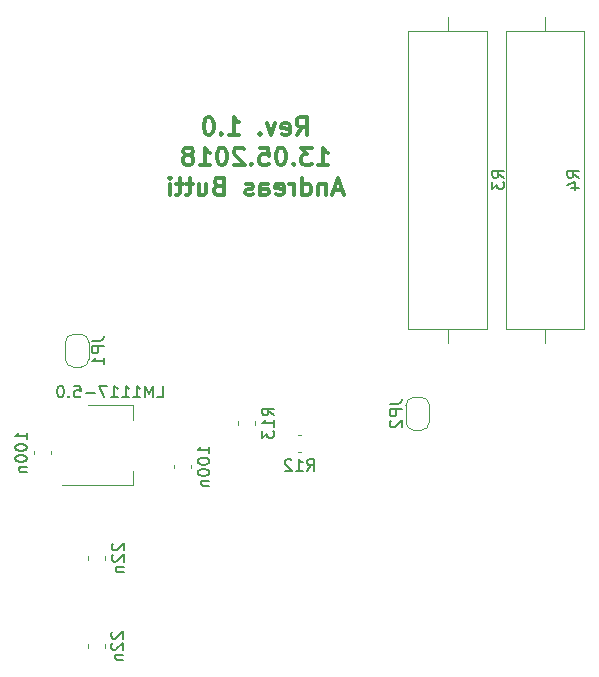
<source format=gbr>
G04 #@! TF.GenerationSoftware,KiCad,Pcbnew,5.0.0-rc2-dev-unknown-f73b9a5~65~ubuntu16.04.1*
G04 #@! TF.CreationDate,2018-05-13T13:10:50+02:00*
G04 #@! TF.ProjectId,Libreductioner,4C6962726564756374696F6E65722E6B,rev?*
G04 #@! TF.SameCoordinates,Original*
G04 #@! TF.FileFunction,Legend,Bot*
G04 #@! TF.FilePolarity,Positive*
%FSLAX46Y46*%
G04 Gerber Fmt 4.6, Leading zero omitted, Abs format (unit mm)*
G04 Created by KiCad (PCBNEW 5.0.0-rc2-dev-unknown-f73b9a5~65~ubuntu16.04.1) date Sun May 13 13:10:50 2018*
%MOMM*%
%LPD*%
G01*
G04 APERTURE LIST*
%ADD10C,0.300000*%
%ADD11C,0.120000*%
%ADD12C,0.150000*%
G04 APERTURE END LIST*
D10*
X92999285Y-77884571D02*
X93499285Y-77170285D01*
X93856428Y-77884571D02*
X93856428Y-76384571D01*
X93285000Y-76384571D01*
X93142142Y-76456000D01*
X93070714Y-76527428D01*
X92999285Y-76670285D01*
X92999285Y-76884571D01*
X93070714Y-77027428D01*
X93142142Y-77098857D01*
X93285000Y-77170285D01*
X93856428Y-77170285D01*
X91785000Y-77813142D02*
X91927857Y-77884571D01*
X92213571Y-77884571D01*
X92356428Y-77813142D01*
X92427857Y-77670285D01*
X92427857Y-77098857D01*
X92356428Y-76956000D01*
X92213571Y-76884571D01*
X91927857Y-76884571D01*
X91785000Y-76956000D01*
X91713571Y-77098857D01*
X91713571Y-77241714D01*
X92427857Y-77384571D01*
X91213571Y-76884571D02*
X90856428Y-77884571D01*
X90499285Y-76884571D01*
X89927857Y-77741714D02*
X89856428Y-77813142D01*
X89927857Y-77884571D01*
X89999285Y-77813142D01*
X89927857Y-77741714D01*
X89927857Y-77884571D01*
X87285000Y-77884571D02*
X88142142Y-77884571D01*
X87713571Y-77884571D02*
X87713571Y-76384571D01*
X87856428Y-76598857D01*
X87999285Y-76741714D01*
X88142142Y-76813142D01*
X86642142Y-77741714D02*
X86570714Y-77813142D01*
X86642142Y-77884571D01*
X86713571Y-77813142D01*
X86642142Y-77741714D01*
X86642142Y-77884571D01*
X85642142Y-76384571D02*
X85499285Y-76384571D01*
X85356428Y-76456000D01*
X85285000Y-76527428D01*
X85213571Y-76670285D01*
X85142142Y-76956000D01*
X85142142Y-77313142D01*
X85213571Y-77598857D01*
X85285000Y-77741714D01*
X85356428Y-77813142D01*
X85499285Y-77884571D01*
X85642142Y-77884571D01*
X85785000Y-77813142D01*
X85856428Y-77741714D01*
X85927857Y-77598857D01*
X85999285Y-77313142D01*
X85999285Y-76956000D01*
X85927857Y-76670285D01*
X85856428Y-76527428D01*
X85785000Y-76456000D01*
X85642142Y-76384571D01*
X94820714Y-80434571D02*
X95677857Y-80434571D01*
X95249285Y-80434571D02*
X95249285Y-78934571D01*
X95392142Y-79148857D01*
X95535000Y-79291714D01*
X95677857Y-79363142D01*
X94320714Y-78934571D02*
X93392142Y-78934571D01*
X93892142Y-79506000D01*
X93677857Y-79506000D01*
X93535000Y-79577428D01*
X93463571Y-79648857D01*
X93392142Y-79791714D01*
X93392142Y-80148857D01*
X93463571Y-80291714D01*
X93535000Y-80363142D01*
X93677857Y-80434571D01*
X94106428Y-80434571D01*
X94249285Y-80363142D01*
X94320714Y-80291714D01*
X92749285Y-80291714D02*
X92677857Y-80363142D01*
X92749285Y-80434571D01*
X92820714Y-80363142D01*
X92749285Y-80291714D01*
X92749285Y-80434571D01*
X91749285Y-78934571D02*
X91606428Y-78934571D01*
X91463571Y-79006000D01*
X91392142Y-79077428D01*
X91320714Y-79220285D01*
X91249285Y-79506000D01*
X91249285Y-79863142D01*
X91320714Y-80148857D01*
X91392142Y-80291714D01*
X91463571Y-80363142D01*
X91606428Y-80434571D01*
X91749285Y-80434571D01*
X91892142Y-80363142D01*
X91963571Y-80291714D01*
X92035000Y-80148857D01*
X92106428Y-79863142D01*
X92106428Y-79506000D01*
X92035000Y-79220285D01*
X91963571Y-79077428D01*
X91892142Y-79006000D01*
X91749285Y-78934571D01*
X89892142Y-78934571D02*
X90606428Y-78934571D01*
X90677857Y-79648857D01*
X90606428Y-79577428D01*
X90463571Y-79506000D01*
X90106428Y-79506000D01*
X89963571Y-79577428D01*
X89892142Y-79648857D01*
X89820714Y-79791714D01*
X89820714Y-80148857D01*
X89892142Y-80291714D01*
X89963571Y-80363142D01*
X90106428Y-80434571D01*
X90463571Y-80434571D01*
X90606428Y-80363142D01*
X90677857Y-80291714D01*
X89177857Y-80291714D02*
X89106428Y-80363142D01*
X89177857Y-80434571D01*
X89249285Y-80363142D01*
X89177857Y-80291714D01*
X89177857Y-80434571D01*
X88535000Y-79077428D02*
X88463571Y-79006000D01*
X88320714Y-78934571D01*
X87963571Y-78934571D01*
X87820714Y-79006000D01*
X87749285Y-79077428D01*
X87677857Y-79220285D01*
X87677857Y-79363142D01*
X87749285Y-79577428D01*
X88606428Y-80434571D01*
X87677857Y-80434571D01*
X86749285Y-78934571D02*
X86606428Y-78934571D01*
X86463571Y-79006000D01*
X86392142Y-79077428D01*
X86320714Y-79220285D01*
X86249285Y-79506000D01*
X86249285Y-79863142D01*
X86320714Y-80148857D01*
X86392142Y-80291714D01*
X86463571Y-80363142D01*
X86606428Y-80434571D01*
X86749285Y-80434571D01*
X86892142Y-80363142D01*
X86963571Y-80291714D01*
X87035000Y-80148857D01*
X87106428Y-79863142D01*
X87106428Y-79506000D01*
X87035000Y-79220285D01*
X86963571Y-79077428D01*
X86892142Y-79006000D01*
X86749285Y-78934571D01*
X84820714Y-80434571D02*
X85677857Y-80434571D01*
X85249285Y-80434571D02*
X85249285Y-78934571D01*
X85392142Y-79148857D01*
X85535000Y-79291714D01*
X85677857Y-79363142D01*
X83963571Y-79577428D02*
X84106428Y-79506000D01*
X84177857Y-79434571D01*
X84249285Y-79291714D01*
X84249285Y-79220285D01*
X84177857Y-79077428D01*
X84106428Y-79006000D01*
X83963571Y-78934571D01*
X83677857Y-78934571D01*
X83535000Y-79006000D01*
X83463571Y-79077428D01*
X83392142Y-79220285D01*
X83392142Y-79291714D01*
X83463571Y-79434571D01*
X83535000Y-79506000D01*
X83677857Y-79577428D01*
X83963571Y-79577428D01*
X84106428Y-79648857D01*
X84177857Y-79720285D01*
X84249285Y-79863142D01*
X84249285Y-80148857D01*
X84177857Y-80291714D01*
X84106428Y-80363142D01*
X83963571Y-80434571D01*
X83677857Y-80434571D01*
X83535000Y-80363142D01*
X83463571Y-80291714D01*
X83392142Y-80148857D01*
X83392142Y-79863142D01*
X83463571Y-79720285D01*
X83535000Y-79648857D01*
X83677857Y-79577428D01*
X96856428Y-82556000D02*
X96142142Y-82556000D01*
X96999285Y-82984571D02*
X96499285Y-81484571D01*
X95999285Y-82984571D01*
X95499285Y-81984571D02*
X95499285Y-82984571D01*
X95499285Y-82127428D02*
X95427857Y-82056000D01*
X95285000Y-81984571D01*
X95070714Y-81984571D01*
X94927857Y-82056000D01*
X94856428Y-82198857D01*
X94856428Y-82984571D01*
X93499285Y-82984571D02*
X93499285Y-81484571D01*
X93499285Y-82913142D02*
X93642142Y-82984571D01*
X93927857Y-82984571D01*
X94070714Y-82913142D01*
X94142142Y-82841714D01*
X94213571Y-82698857D01*
X94213571Y-82270285D01*
X94142142Y-82127428D01*
X94070714Y-82056000D01*
X93927857Y-81984571D01*
X93642142Y-81984571D01*
X93499285Y-82056000D01*
X92785000Y-82984571D02*
X92785000Y-81984571D01*
X92785000Y-82270285D02*
X92713571Y-82127428D01*
X92642142Y-82056000D01*
X92499285Y-81984571D01*
X92356428Y-81984571D01*
X91285000Y-82913142D02*
X91427857Y-82984571D01*
X91713571Y-82984571D01*
X91856428Y-82913142D01*
X91927857Y-82770285D01*
X91927857Y-82198857D01*
X91856428Y-82056000D01*
X91713571Y-81984571D01*
X91427857Y-81984571D01*
X91285000Y-82056000D01*
X91213571Y-82198857D01*
X91213571Y-82341714D01*
X91927857Y-82484571D01*
X89927857Y-82984571D02*
X89927857Y-82198857D01*
X89999285Y-82056000D01*
X90142142Y-81984571D01*
X90427857Y-81984571D01*
X90570714Y-82056000D01*
X89927857Y-82913142D02*
X90070714Y-82984571D01*
X90427857Y-82984571D01*
X90570714Y-82913142D01*
X90642142Y-82770285D01*
X90642142Y-82627428D01*
X90570714Y-82484571D01*
X90427857Y-82413142D01*
X90070714Y-82413142D01*
X89927857Y-82341714D01*
X89285000Y-82913142D02*
X89142142Y-82984571D01*
X88856428Y-82984571D01*
X88713571Y-82913142D01*
X88642142Y-82770285D01*
X88642142Y-82698857D01*
X88713571Y-82556000D01*
X88856428Y-82484571D01*
X89070714Y-82484571D01*
X89213571Y-82413142D01*
X89285000Y-82270285D01*
X89285000Y-82198857D01*
X89213571Y-82056000D01*
X89070714Y-81984571D01*
X88856428Y-81984571D01*
X88713571Y-82056000D01*
X86356428Y-82198857D02*
X86142142Y-82270285D01*
X86070714Y-82341714D01*
X85999285Y-82484571D01*
X85999285Y-82698857D01*
X86070714Y-82841714D01*
X86142142Y-82913142D01*
X86285000Y-82984571D01*
X86856428Y-82984571D01*
X86856428Y-81484571D01*
X86356428Y-81484571D01*
X86213571Y-81556000D01*
X86142142Y-81627428D01*
X86070714Y-81770285D01*
X86070714Y-81913142D01*
X86142142Y-82056000D01*
X86213571Y-82127428D01*
X86356428Y-82198857D01*
X86856428Y-82198857D01*
X84713571Y-81984571D02*
X84713571Y-82984571D01*
X85356428Y-81984571D02*
X85356428Y-82770285D01*
X85285000Y-82913142D01*
X85142142Y-82984571D01*
X84927857Y-82984571D01*
X84785000Y-82913142D01*
X84713571Y-82841714D01*
X84213571Y-81984571D02*
X83642142Y-81984571D01*
X83999285Y-81484571D02*
X83999285Y-82770285D01*
X83927857Y-82913142D01*
X83785000Y-82984571D01*
X83642142Y-82984571D01*
X83356428Y-81984571D02*
X82785000Y-81984571D01*
X83142142Y-81484571D02*
X83142142Y-82770285D01*
X83070714Y-82913142D01*
X82927857Y-82984571D01*
X82785000Y-82984571D01*
X82285000Y-82984571D02*
X82285000Y-81984571D01*
X82285000Y-81484571D02*
X82356428Y-81556000D01*
X82285000Y-81627428D01*
X82213571Y-81556000D01*
X82285000Y-81484571D01*
X82285000Y-81627428D01*
D11*
X105791000Y-67861000D02*
X105791000Y-69041000D01*
X105791000Y-95461000D02*
X105791000Y-94281000D01*
X109111000Y-69041000D02*
X109111000Y-94281000D01*
X102471000Y-69041000D02*
X109111000Y-69041000D01*
X102471000Y-94281000D02*
X102471000Y-69041000D01*
X109111000Y-94281000D02*
X102471000Y-94281000D01*
X117366000Y-94281000D02*
X110726000Y-94281000D01*
X110726000Y-94281000D02*
X110726000Y-69041000D01*
X110726000Y-69041000D02*
X117366000Y-69041000D01*
X117366000Y-69041000D02*
X117366000Y-94281000D01*
X114046000Y-95461000D02*
X114046000Y-94281000D01*
X114046000Y-67861000D02*
X114046000Y-69041000D01*
X82602000Y-105794500D02*
X82602000Y-106094500D01*
X84022000Y-105794500D02*
X84022000Y-106094500D01*
X72211000Y-104625000D02*
X72211000Y-104925000D01*
X70791000Y-104625000D02*
X70791000Y-104925000D01*
X79126000Y-100730000D02*
X79126000Y-101990000D01*
X79126000Y-107550000D02*
X79126000Y-106290000D01*
X75366000Y-100730000D02*
X79126000Y-100730000D01*
X73116000Y-107550000D02*
X79126000Y-107550000D01*
X93094500Y-104723000D02*
X93394500Y-104723000D01*
X93094500Y-103303000D02*
X93394500Y-103303000D01*
X88063000Y-102411500D02*
X88063000Y-102111500D01*
X89483000Y-102411500D02*
X89483000Y-102111500D01*
X75422000Y-96839000D02*
X75422000Y-95439000D01*
X74722000Y-94739000D02*
X74122000Y-94739000D01*
X73422000Y-95439000D02*
X73422000Y-96839000D01*
X74122000Y-97539000D02*
X74722000Y-97539000D01*
X74722000Y-97539000D02*
G75*
G03X75422000Y-96839000I0J700000D01*
G01*
X73422000Y-96839000D02*
G75*
G03X74122000Y-97539000I700000J0D01*
G01*
X74122000Y-94739000D02*
G75*
G03X73422000Y-95439000I0J-700000D01*
G01*
X75422000Y-95439000D02*
G75*
G03X74722000Y-94739000I-700000J0D01*
G01*
X102251000Y-102173000D02*
G75*
G03X102951000Y-102873000I700000J0D01*
G01*
X103551000Y-102873000D02*
G75*
G03X104251000Y-102173000I0J700000D01*
G01*
X104251000Y-100773000D02*
G75*
G03X103551000Y-100073000I-700000J0D01*
G01*
X102951000Y-100073000D02*
G75*
G03X102251000Y-100773000I0J-700000D01*
G01*
X103551000Y-100073000D02*
X102951000Y-100073000D01*
X104251000Y-102173000D02*
X104251000Y-100773000D01*
X102951000Y-102873000D02*
X103551000Y-102873000D01*
X102251000Y-100773000D02*
X102251000Y-102173000D01*
X75337790Y-121302952D02*
X75337790Y-121002952D01*
X76757790Y-121302952D02*
X76757790Y-121002952D01*
X75337790Y-113529952D02*
X75337790Y-113829952D01*
X76757790Y-113529952D02*
X76757790Y-113829952D01*
D12*
X110563380Y-81494333D02*
X110087190Y-81161000D01*
X110563380Y-80922904D02*
X109563380Y-80922904D01*
X109563380Y-81303857D01*
X109611000Y-81399095D01*
X109658619Y-81446714D01*
X109753857Y-81494333D01*
X109896714Y-81494333D01*
X109991952Y-81446714D01*
X110039571Y-81399095D01*
X110087190Y-81303857D01*
X110087190Y-80922904D01*
X109563380Y-81827666D02*
X109563380Y-82446714D01*
X109944333Y-82113380D01*
X109944333Y-82256238D01*
X109991952Y-82351476D01*
X110039571Y-82399095D01*
X110134809Y-82446714D01*
X110372904Y-82446714D01*
X110468142Y-82399095D01*
X110515761Y-82351476D01*
X110563380Y-82256238D01*
X110563380Y-81970523D01*
X110515761Y-81875285D01*
X110468142Y-81827666D01*
X116911380Y-81494333D02*
X116435190Y-81161000D01*
X116911380Y-80922904D02*
X115911380Y-80922904D01*
X115911380Y-81303857D01*
X115959000Y-81399095D01*
X116006619Y-81446714D01*
X116101857Y-81494333D01*
X116244714Y-81494333D01*
X116339952Y-81446714D01*
X116387571Y-81399095D01*
X116435190Y-81303857D01*
X116435190Y-80922904D01*
X116244714Y-82351476D02*
X116911380Y-82351476D01*
X115863761Y-82113380D02*
X116578047Y-81875285D01*
X116578047Y-82494333D01*
X85614380Y-104825452D02*
X85614380Y-104254023D01*
X85614380Y-104539738D02*
X84614380Y-104539738D01*
X84757238Y-104444500D01*
X84852476Y-104349261D01*
X84900095Y-104254023D01*
X84614380Y-105444500D02*
X84614380Y-105539738D01*
X84662000Y-105634976D01*
X84709619Y-105682595D01*
X84804857Y-105730214D01*
X84995333Y-105777833D01*
X85233428Y-105777833D01*
X85423904Y-105730214D01*
X85519142Y-105682595D01*
X85566761Y-105634976D01*
X85614380Y-105539738D01*
X85614380Y-105444500D01*
X85566761Y-105349261D01*
X85519142Y-105301642D01*
X85423904Y-105254023D01*
X85233428Y-105206404D01*
X84995333Y-105206404D01*
X84804857Y-105254023D01*
X84709619Y-105301642D01*
X84662000Y-105349261D01*
X84614380Y-105444500D01*
X84614380Y-106396880D02*
X84614380Y-106492119D01*
X84662000Y-106587357D01*
X84709619Y-106634976D01*
X84804857Y-106682595D01*
X84995333Y-106730214D01*
X85233428Y-106730214D01*
X85423904Y-106682595D01*
X85519142Y-106634976D01*
X85566761Y-106587357D01*
X85614380Y-106492119D01*
X85614380Y-106396880D01*
X85566761Y-106301642D01*
X85519142Y-106254023D01*
X85423904Y-106206404D01*
X85233428Y-106158785D01*
X84995333Y-106158785D01*
X84804857Y-106206404D01*
X84709619Y-106254023D01*
X84662000Y-106301642D01*
X84614380Y-106396880D01*
X84947714Y-107158785D02*
X85614380Y-107158785D01*
X85042952Y-107158785D02*
X84995333Y-107206404D01*
X84947714Y-107301642D01*
X84947714Y-107444500D01*
X84995333Y-107539738D01*
X85090571Y-107587357D01*
X85614380Y-107587357D01*
X70175380Y-103655952D02*
X70175380Y-103084523D01*
X70175380Y-103370238D02*
X69175380Y-103370238D01*
X69318238Y-103275000D01*
X69413476Y-103179761D01*
X69461095Y-103084523D01*
X69175380Y-104275000D02*
X69175380Y-104370238D01*
X69223000Y-104465476D01*
X69270619Y-104513095D01*
X69365857Y-104560714D01*
X69556333Y-104608333D01*
X69794428Y-104608333D01*
X69984904Y-104560714D01*
X70080142Y-104513095D01*
X70127761Y-104465476D01*
X70175380Y-104370238D01*
X70175380Y-104275000D01*
X70127761Y-104179761D01*
X70080142Y-104132142D01*
X69984904Y-104084523D01*
X69794428Y-104036904D01*
X69556333Y-104036904D01*
X69365857Y-104084523D01*
X69270619Y-104132142D01*
X69223000Y-104179761D01*
X69175380Y-104275000D01*
X69175380Y-105227380D02*
X69175380Y-105322619D01*
X69223000Y-105417857D01*
X69270619Y-105465476D01*
X69365857Y-105513095D01*
X69556333Y-105560714D01*
X69794428Y-105560714D01*
X69984904Y-105513095D01*
X70080142Y-105465476D01*
X70127761Y-105417857D01*
X70175380Y-105322619D01*
X70175380Y-105227380D01*
X70127761Y-105132142D01*
X70080142Y-105084523D01*
X69984904Y-105036904D01*
X69794428Y-104989285D01*
X69556333Y-104989285D01*
X69365857Y-105036904D01*
X69270619Y-105084523D01*
X69223000Y-105132142D01*
X69175380Y-105227380D01*
X69508714Y-105989285D02*
X70175380Y-105989285D01*
X69603952Y-105989285D02*
X69556333Y-106036904D01*
X69508714Y-106132142D01*
X69508714Y-106275000D01*
X69556333Y-106370238D01*
X69651571Y-106417857D01*
X70175380Y-106417857D01*
X81192190Y-100092380D02*
X81668380Y-100092380D01*
X81668380Y-99092380D01*
X80858857Y-100092380D02*
X80858857Y-99092380D01*
X80525523Y-99806666D01*
X80192190Y-99092380D01*
X80192190Y-100092380D01*
X79192190Y-100092380D02*
X79763619Y-100092380D01*
X79477904Y-100092380D02*
X79477904Y-99092380D01*
X79573142Y-99235238D01*
X79668380Y-99330476D01*
X79763619Y-99378095D01*
X78239809Y-100092380D02*
X78811238Y-100092380D01*
X78525523Y-100092380D02*
X78525523Y-99092380D01*
X78620761Y-99235238D01*
X78716000Y-99330476D01*
X78811238Y-99378095D01*
X77287428Y-100092380D02*
X77858857Y-100092380D01*
X77573142Y-100092380D02*
X77573142Y-99092380D01*
X77668380Y-99235238D01*
X77763619Y-99330476D01*
X77858857Y-99378095D01*
X76954095Y-99092380D02*
X76287428Y-99092380D01*
X76716000Y-100092380D01*
X75906476Y-99711428D02*
X75144571Y-99711428D01*
X74192190Y-99092380D02*
X74668380Y-99092380D01*
X74716000Y-99568571D01*
X74668380Y-99520952D01*
X74573142Y-99473333D01*
X74335047Y-99473333D01*
X74239809Y-99520952D01*
X74192190Y-99568571D01*
X74144571Y-99663809D01*
X74144571Y-99901904D01*
X74192190Y-99997142D01*
X74239809Y-100044761D01*
X74335047Y-100092380D01*
X74573142Y-100092380D01*
X74668380Y-100044761D01*
X74716000Y-99997142D01*
X73716000Y-99997142D02*
X73668380Y-100044761D01*
X73716000Y-100092380D01*
X73763619Y-100044761D01*
X73716000Y-99997142D01*
X73716000Y-100092380D01*
X73049333Y-99092380D02*
X72954095Y-99092380D01*
X72858857Y-99140000D01*
X72811238Y-99187619D01*
X72763619Y-99282857D01*
X72716000Y-99473333D01*
X72716000Y-99711428D01*
X72763619Y-99901904D01*
X72811238Y-99997142D01*
X72858857Y-100044761D01*
X72954095Y-100092380D01*
X73049333Y-100092380D01*
X73144571Y-100044761D01*
X73192190Y-99997142D01*
X73239809Y-99901904D01*
X73287428Y-99711428D01*
X73287428Y-99473333D01*
X73239809Y-99282857D01*
X73192190Y-99187619D01*
X73144571Y-99140000D01*
X73049333Y-99092380D01*
X93887357Y-106315380D02*
X94220690Y-105839190D01*
X94458785Y-106315380D02*
X94458785Y-105315380D01*
X94077833Y-105315380D01*
X93982595Y-105363000D01*
X93934976Y-105410619D01*
X93887357Y-105505857D01*
X93887357Y-105648714D01*
X93934976Y-105743952D01*
X93982595Y-105791571D01*
X94077833Y-105839190D01*
X94458785Y-105839190D01*
X92934976Y-106315380D02*
X93506404Y-106315380D01*
X93220690Y-106315380D02*
X93220690Y-105315380D01*
X93315928Y-105458238D01*
X93411166Y-105553476D01*
X93506404Y-105601095D01*
X92554023Y-105410619D02*
X92506404Y-105363000D01*
X92411166Y-105315380D01*
X92173071Y-105315380D01*
X92077833Y-105363000D01*
X92030214Y-105410619D01*
X91982595Y-105505857D01*
X91982595Y-105601095D01*
X92030214Y-105743952D01*
X92601642Y-106315380D01*
X91982595Y-106315380D01*
X91075380Y-101618642D02*
X90599190Y-101285309D01*
X91075380Y-101047214D02*
X90075380Y-101047214D01*
X90075380Y-101428166D01*
X90123000Y-101523404D01*
X90170619Y-101571023D01*
X90265857Y-101618642D01*
X90408714Y-101618642D01*
X90503952Y-101571023D01*
X90551571Y-101523404D01*
X90599190Y-101428166D01*
X90599190Y-101047214D01*
X91075380Y-102571023D02*
X91075380Y-101999595D01*
X91075380Y-102285309D02*
X90075380Y-102285309D01*
X90218238Y-102190071D01*
X90313476Y-102094833D01*
X90361095Y-101999595D01*
X90075380Y-102904357D02*
X90075380Y-103523404D01*
X90456333Y-103190071D01*
X90456333Y-103332928D01*
X90503952Y-103428166D01*
X90551571Y-103475785D01*
X90646809Y-103523404D01*
X90884904Y-103523404D01*
X90980142Y-103475785D01*
X91027761Y-103428166D01*
X91075380Y-103332928D01*
X91075380Y-103047214D01*
X91027761Y-102951976D01*
X90980142Y-102904357D01*
X75674380Y-95305666D02*
X76388666Y-95305666D01*
X76531523Y-95258047D01*
X76626761Y-95162809D01*
X76674380Y-95019952D01*
X76674380Y-94924714D01*
X76674380Y-95781857D02*
X75674380Y-95781857D01*
X75674380Y-96162809D01*
X75722000Y-96258047D01*
X75769619Y-96305666D01*
X75864857Y-96353285D01*
X76007714Y-96353285D01*
X76102952Y-96305666D01*
X76150571Y-96258047D01*
X76198190Y-96162809D01*
X76198190Y-95781857D01*
X76674380Y-97305666D02*
X76674380Y-96734238D01*
X76674380Y-97019952D02*
X75674380Y-97019952D01*
X75817238Y-96924714D01*
X75912476Y-96829476D01*
X75960095Y-96734238D01*
X100903380Y-100639666D02*
X101617666Y-100639666D01*
X101760523Y-100592047D01*
X101855761Y-100496809D01*
X101903380Y-100353952D01*
X101903380Y-100258714D01*
X101903380Y-101115857D02*
X100903380Y-101115857D01*
X100903380Y-101496809D01*
X100951000Y-101592047D01*
X100998619Y-101639666D01*
X101093857Y-101687285D01*
X101236714Y-101687285D01*
X101331952Y-101639666D01*
X101379571Y-101592047D01*
X101427190Y-101496809D01*
X101427190Y-101115857D01*
X100998619Y-102068238D02*
X100951000Y-102115857D01*
X100903380Y-102211095D01*
X100903380Y-102449190D01*
X100951000Y-102544428D01*
X100998619Y-102592047D01*
X101093857Y-102639666D01*
X101189095Y-102639666D01*
X101331952Y-102592047D01*
X101903380Y-102020619D01*
X101903380Y-102639666D01*
X77398619Y-119943714D02*
X77351000Y-119991333D01*
X77303380Y-120086571D01*
X77303380Y-120324666D01*
X77351000Y-120419904D01*
X77398619Y-120467523D01*
X77493857Y-120515142D01*
X77589095Y-120515142D01*
X77731952Y-120467523D01*
X78303380Y-119896095D01*
X78303380Y-120515142D01*
X77398619Y-120896095D02*
X77351000Y-120943714D01*
X77303380Y-121038952D01*
X77303380Y-121277047D01*
X77351000Y-121372285D01*
X77398619Y-121419904D01*
X77493857Y-121467523D01*
X77589095Y-121467523D01*
X77731952Y-121419904D01*
X78303380Y-120848476D01*
X78303380Y-121467523D01*
X77636714Y-121896095D02*
X78303380Y-121896095D01*
X77731952Y-121896095D02*
X77684333Y-121943714D01*
X77636714Y-122038952D01*
X77636714Y-122181809D01*
X77684333Y-122277047D01*
X77779571Y-122324666D01*
X78303380Y-122324666D01*
X77445409Y-112465666D02*
X77397790Y-112513285D01*
X77350170Y-112608523D01*
X77350170Y-112846618D01*
X77397790Y-112941856D01*
X77445409Y-112989475D01*
X77540647Y-113037094D01*
X77635885Y-113037094D01*
X77778742Y-112989475D01*
X78350170Y-112418047D01*
X78350170Y-113037094D01*
X77445409Y-113418047D02*
X77397790Y-113465666D01*
X77350170Y-113560904D01*
X77350170Y-113798999D01*
X77397790Y-113894237D01*
X77445409Y-113941856D01*
X77540647Y-113989475D01*
X77635885Y-113989475D01*
X77778742Y-113941856D01*
X78350170Y-113370428D01*
X78350170Y-113989475D01*
X77683504Y-114418047D02*
X78350170Y-114418047D01*
X77778742Y-114418047D02*
X77731123Y-114465666D01*
X77683504Y-114560904D01*
X77683504Y-114703761D01*
X77731123Y-114798999D01*
X77826361Y-114846618D01*
X78350170Y-114846618D01*
M02*

</source>
